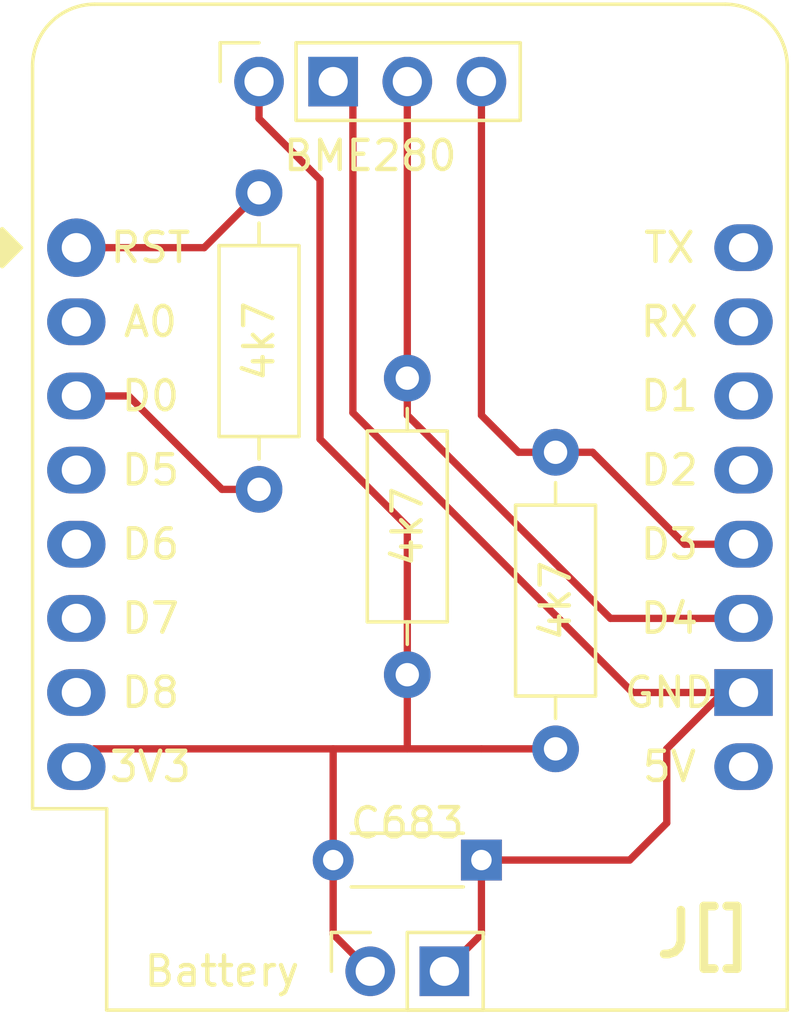
<source format=kicad_pcb>
(kicad_pcb (version 20171130) (host pcbnew "(5.1.9)-1")

  (general
    (thickness 1.6)
    (drawings 1)
    (tracks 41)
    (zones 0)
    (modules 7)
    (nets 7)
  )

  (page A4)
  (layers
    (0 F.Cu signal)
    (31 B.Cu signal)
    (32 B.Adhes user)
    (33 F.Adhes user)
    (34 B.Paste user)
    (35 F.Paste user)
    (36 B.SilkS user)
    (37 F.SilkS user)
    (38 B.Mask user)
    (39 F.Mask user)
    (40 Dwgs.User user)
    (41 Cmts.User user)
    (42 Eco1.User user)
    (43 Eco2.User user)
    (44 Edge.Cuts user)
    (45 Margin user)
    (46 B.CrtYd user)
    (47 F.CrtYd user)
    (48 B.Fab user)
    (49 F.Fab user)
  )

  (setup
    (last_trace_width 0.25)
    (trace_clearance 0.2)
    (zone_clearance 0.508)
    (zone_45_only no)
    (trace_min 0.2)
    (via_size 0.8)
    (via_drill 0.4)
    (via_min_size 0.4)
    (via_min_drill 0.3)
    (uvia_size 0.3)
    (uvia_drill 0.1)
    (uvias_allowed no)
    (uvia_min_size 0.2)
    (uvia_min_drill 0.1)
    (edge_width 0.05)
    (segment_width 0.2)
    (pcb_text_width 0.3)
    (pcb_text_size 1.5 1.5)
    (mod_edge_width 0.12)
    (mod_text_size 1 1)
    (mod_text_width 0.15)
    (pad_size 1.7 1.7)
    (pad_drill 1)
    (pad_to_mask_clearance 0)
    (aux_axis_origin 0 0)
    (visible_elements FFFFFF7F)
    (pcbplotparams
      (layerselection 0x010fc_ffffffff)
      (usegerberextensions false)
      (usegerberattributes true)
      (usegerberadvancedattributes true)
      (creategerberjobfile true)
      (excludeedgelayer true)
      (linewidth 0.100000)
      (plotframeref false)
      (viasonmask false)
      (mode 1)
      (useauxorigin false)
      (hpglpennumber 1)
      (hpglpenspeed 20)
      (hpglpendiameter 15.000000)
      (psnegative false)
      (psa4output false)
      (plotreference true)
      (plotvalue true)
      (plotinvisibletext false)
      (padsonsilk false)
      (subtractmaskfromsilk false)
      (outputformat 1)
      (mirror false)
      (drillshape 0)
      (scaleselection 1)
      (outputdirectory "../../../../../Desktop/Projek/"))
  )

  (net 0 "")
  (net 1 /D4)
  (net 2 /GND)
  (net 3 /D3)
  (net 4 /RST)
  (net 5 /D0)
  (net 6 /3V3)

  (net_class Default "This is the default net class."
    (clearance 0.2)
    (trace_width 0.25)
    (via_dia 0.8)
    (via_drill 0.4)
    (uvia_dia 0.3)
    (uvia_drill 0.1)
    (add_net /3V3)
    (add_net /D0)
    (add_net /D3)
    (add_net /D4)
    (add_net /GND)
    (add_net /RST)
    (add_net "Net-(U1-Pad1)")
    (add_net "Net-(U1-Pad10)")
    (add_net "Net-(U1-Pad12)")
    (add_net "Net-(U1-Pad13)")
    (add_net "Net-(U1-Pad14)")
    (add_net "Net-(U1-Pad15)")
    (add_net "Net-(U1-Pad5)")
    (add_net "Net-(U1-Pad6)")
    (add_net "Net-(U1-Pad7)")
    (add_net "Net-(U1-Pad8)")
  )

  (module WemosD1MiniShield:WEMOS_D1_mini_light_correctpins (layer F.Cu) (tedit 5FF59505) (tstamp 5FF6017A)
    (at 100.42 69.19)
    (descr "16-pin module, column spacing 22.86 mm (900 mils), https://wiki.wemos.cc/products:d1:d1_mini, https://c1.staticflickr.com/1/734/31400410271_f278b087db_z.jpg")
    (tags "ESP8266 WiFi microcontroller")
    (path /5FF6450C)
    (fp_text reference U1 (at 22 27) (layer F.Fab) hide
      (effects (font (size 1 1) (thickness 0.15)))
    )
    (fp_text value WeMos_mini (at 11.7 0) (layer F.Fab)
      (effects (font (size 1 1) (thickness 0.15)))
    )
    (fp_text user 5V (at 20.32 17.78) (layer F.SilkS)
      (effects (font (size 1 1) (thickness 0.15)))
    )
    (fp_text user GND (at 20.32 15.24) (layer F.SilkS)
      (effects (font (size 1 1) (thickness 0.15)))
    )
    (fp_text user D4 (at 20.32 12.7) (layer F.SilkS)
      (effects (font (size 1 1) (thickness 0.15)))
    )
    (fp_text user D3 (at 20.32 10.16) (layer F.SilkS)
      (effects (font (size 1 1) (thickness 0.15)))
    )
    (fp_text user D2 (at 20.32 7.62) (layer F.SilkS)
      (effects (font (size 1 1) (thickness 0.15)))
    )
    (fp_text user D1 (at 20.32 5.08) (layer F.SilkS)
      (effects (font (size 1 1) (thickness 0.15)))
    )
    (fp_text user RX (at 20.32 2.54) (layer F.SilkS)
      (effects (font (size 1 1) (thickness 0.15)))
    )
    (fp_text user TX (at 20.32 0) (layer F.SilkS)
      (effects (font (size 1 1) (thickness 0.15)))
    )
    (fp_text user 3V3 (at 2.54 17.78) (layer F.SilkS)
      (effects (font (size 1 1) (thickness 0.15)))
    )
    (fp_text user D8 (at 2.54 15.24) (layer F.SilkS)
      (effects (font (size 1 1) (thickness 0.15)))
    )
    (fp_text user D7 (at 2.54 12.7) (layer F.SilkS)
      (effects (font (size 1 1) (thickness 0.15)))
    )
    (fp_text user D6 (at 2.54 10.16) (layer F.SilkS)
      (effects (font (size 1 1) (thickness 0.15)))
    )
    (fp_text user D5 (at 2.54 7.62) (layer F.SilkS)
      (effects (font (size 1 1) (thickness 0.15)))
    )
    (fp_text user D0 (at 2.54 5.08) (layer F.SilkS)
      (effects (font (size 1 1) (thickness 0.15)))
    )
    (fp_text user A0 (at 2.54 2.54) (layer F.SilkS)
      (effects (font (size 1 1) (thickness 0.15)))
    )
    (fp_text user RST (at 2.54 0) (layer F.SilkS)
      (effects (font (size 1 1) (thickness 0.15)))
    )
    (fp_text user "No copper" (at 11.43 -3.81) (layer Cmts.User)
      (effects (font (size 1 1) (thickness 0.15)))
    )
    (fp_text user "KEEP OUT" (at 11.43 -6.35) (layer Cmts.User)
      (effects (font (size 1 1) (thickness 0.15)))
    )
    (fp_arc (start 22.23 -6.21) (end 24.36 -6.21) (angle -90) (layer F.SilkS) (width 0.12))
    (fp_arc (start 0.63 -6.21) (end 0.63 -8.34) (angle -90) (layer F.SilkS) (width 0.12))
    (fp_arc (start 22.23 -6.21) (end 24.23 -6.19) (angle -90) (layer F.Fab) (width 0.1))
    (fp_arc (start 0.63 -6.21) (end 0.63 -8.21) (angle -90) (layer F.Fab) (width 0.1))
    (fp_text user %R (at 11.43 10) (layer F.Fab) hide
      (effects (font (size 1 1) (thickness 0.15)))
    )
    (fp_line (start 1.04 26.12) (end 24.36 26.12) (layer F.SilkS) (width 0.12))
    (fp_line (start -1.5 19.22) (end -1.5 -6.21) (layer F.SilkS) (width 0.12))
    (fp_line (start 24.36 26.12) (end 24.36 -6.21) (layer F.SilkS) (width 0.12))
    (fp_line (start 22.24 -8.34) (end 0.63 -8.34) (layer F.SilkS) (width 0.12))
    (fp_line (start 1.17 25.99) (end 24.23 25.99) (layer F.Fab) (width 0.1))
    (fp_line (start 24.23 25.99) (end 24.23 -6.21) (layer F.Fab) (width 0.1))
    (fp_line (start 22.23 -8.21) (end 0.63 -8.21) (layer F.Fab) (width 0.1))
    (fp_line (start -1.37 1) (end -1.37 19.09) (layer F.Fab) (width 0.1))
    (fp_line (start -1.62 -8.46) (end 24.48 -8.46) (layer F.CrtYd) (width 0.05))
    (fp_line (start 24.48 -8.41) (end 24.48 26.24) (layer F.CrtYd) (width 0.05))
    (fp_line (start 24.48 26.24) (end 1.27 26.24) (layer F.CrtYd) (width 0.05))
    (fp_line (start 1.27 26.24) (end 1.27 19.05) (layer F.CrtYd) (width 0.05))
    (fp_poly (pts (xy -2.54 -0.635) (xy -2.54 0.635) (xy -1.905 0)) (layer F.SilkS) (width 0.15))
    (fp_line (start -1.35 -1.4) (end 24.25 -1.4) (layer Dwgs.User) (width 0.1))
    (fp_line (start 24.25 -1.4) (end 24.25 -8.2) (layer Dwgs.User) (width 0.1))
    (fp_line (start 24.25 -8.2) (end -1.35 -8.2) (layer Dwgs.User) (width 0.1))
    (fp_line (start -1.35 -8.2) (end -1.35 -1.4) (layer Dwgs.User) (width 0.1))
    (fp_line (start -1.35 -1.4) (end 5.45 -8.2) (layer Dwgs.User) (width 0.1))
    (fp_line (start 0.65 -1.4) (end 7.45 -8.2) (layer Dwgs.User) (width 0.1))
    (fp_line (start 2.65 -1.4) (end 9.45 -8.2) (layer Dwgs.User) (width 0.1))
    (fp_line (start 4.65 -1.4) (end 11.45 -8.2) (layer Dwgs.User) (width 0.1))
    (fp_line (start 6.65 -1.4) (end 13.45 -8.2) (layer Dwgs.User) (width 0.1))
    (fp_line (start 8.65 -1.4) (end 15.45 -8.2) (layer Dwgs.User) (width 0.1))
    (fp_line (start 10.65 -1.4) (end 17.45 -8.2) (layer Dwgs.User) (width 0.1))
    (fp_line (start 12.65 -1.4) (end 19.45 -8.2) (layer Dwgs.User) (width 0.1))
    (fp_line (start 14.65 -1.4) (end 21.45 -8.2) (layer Dwgs.User) (width 0.1))
    (fp_line (start 16.65 -1.4) (end 23.45 -8.2) (layer Dwgs.User) (width 0.1))
    (fp_line (start 18.65 -1.4) (end 24.25 -7) (layer Dwgs.User) (width 0.1))
    (fp_line (start 20.65 -1.4) (end 24.25 -5) (layer Dwgs.User) (width 0.1))
    (fp_line (start 22.65 -1.4) (end 24.25 -3) (layer Dwgs.User) (width 0.1))
    (fp_line (start -1.35 -3.4) (end 3.45 -8.2) (layer Dwgs.User) (width 0.1))
    (fp_line (start -1.3 -5.45) (end 1.45 -8.2) (layer Dwgs.User) (width 0.1))
    (fp_line (start -1.35 -7.4) (end -0.55 -8.2) (layer Dwgs.User) (width 0.1))
    (fp_line (start -1.37 19.09) (end 1.17 19.09) (layer F.Fab) (width 0.1))
    (fp_line (start 1.17 19.09) (end 1.17 25.99) (layer F.Fab) (width 0.1))
    (fp_line (start -1.37 -6.21) (end -1.37 -1) (layer F.Fab) (width 0.1))
    (fp_line (start -1.37 1) (end -0.37 0) (layer F.Fab) (width 0.1))
    (fp_line (start -0.37 0) (end -1.37 -1) (layer F.Fab) (width 0.1))
    (fp_line (start -1.5 19.22) (end 1.04 19.22) (layer F.SilkS) (width 0.12))
    (fp_line (start 1.04 19.22) (end 1.04 26.12) (layer F.SilkS) (width 0.12))
    (fp_line (start -1.62 19.05) (end 1.27 19.05) (layer F.CrtYd) (width 0.05))
    (fp_line (start -1.62 19.05) (end -1.62 -8.46) (layer F.CrtYd) (width 0.05))
    (pad 8 thru_hole oval (at 22.86 0) (size 2 1.6) (drill 1) (layers *.Cu *.Mask))
    (pad 7 thru_hole oval (at 22.86 2.54) (size 2 1.6) (drill 1) (layers *.Cu *.Mask))
    (pad 6 thru_hole oval (at 22.86 5.08) (size 2 1.6) (drill 1) (layers *.Cu *.Mask))
    (pad 5 thru_hole oval (at 22.86 7.62) (size 2 1.6) (drill 1) (layers *.Cu *.Mask))
    (pad 4 thru_hole oval (at 22.86 10.16) (size 2 1.6) (drill 1) (layers *.Cu *.Mask)
      (net 3 /D3))
    (pad 3 thru_hole oval (at 22.86 12.7) (size 2 1.6) (drill 1) (layers *.Cu *.Mask)
      (net 1 /D4))
    (pad 2 thru_hole rect (at 22.86 15.24) (size 2 1.6) (drill 1) (layers *.Cu *.Mask)
      (net 2 /GND))
    (pad 1 thru_hole oval (at 22.86 17.78) (size 2 1.6) (drill 1) (layers *.Cu *.Mask))
    (pad 16 thru_hole oval (at 0 17.78) (size 2 1.6) (drill 1) (layers *.Cu *.Mask)
      (net 6 /3V3))
    (pad 15 thru_hole oval (at 0 15.24) (size 2 1.6) (drill 1) (layers *.Cu *.Mask))
    (pad 14 thru_hole oval (at 0 12.7) (size 2 1.6) (drill 1) (layers *.Cu *.Mask))
    (pad 13 thru_hole oval (at 0 10.16) (size 2 1.6) (drill 1) (layers *.Cu *.Mask))
    (pad 12 thru_hole oval (at 0 7.62) (size 2 1.6) (drill 1) (layers *.Cu *.Mask))
    (pad 11 thru_hole oval (at 0 5.08) (size 2 1.6) (drill 1) (layers *.Cu *.Mask)
      (net 5 /D0))
    (pad 9 thru_hole oval (at 0 0) (size 2 2) (drill 1) (layers *.Cu *.Mask)
      (net 4 /RST))
    (pad 10 thru_hole oval (at 0 2.54) (size 2 1.6) (drill 1) (layers *.Cu *.Mask))
    (model ${KISYS3DMOD}/Module.3dshapes/WEMOS_D1_mini_light.wrl
      (at (xyz 0 0 0))
      (scale (xyz 1 1 1))
      (rotate (xyz 0 0 0))
    )
    (model ${KISYS3DMOD}/Connector_PinHeader_2.54mm.3dshapes/PinHeader_1x08_P2.54mm_Vertical.wrl
      (offset (xyz 0 0 9.5))
      (scale (xyz 1 1 1))
      (rotate (xyz 0 -180 0))
    )
    (model ${KISYS3DMOD}/Connector_PinHeader_2.54mm.3dshapes/PinHeader_1x08_P2.54mm_Vertical.wrl
      (offset (xyz 22.86 0 9.5))
      (scale (xyz 1 1 1))
      (rotate (xyz 0 -180 0))
    )
    (model ${KISYS3DMOD}/Connector_PinSocket_2.54mm.3dshapes/PinSocket_1x08_P2.54mm_Vertical.wrl
      (at (xyz 0 0 0))
      (scale (xyz 1 1 1))
      (rotate (xyz 0 0 0))
    )
    (model ${KISYS3DMOD}/Connector_PinSocket_2.54mm.3dshapes/PinSocket_1x08_P2.54mm_Vertical.wrl
      (offset (xyz 22.86 0 0))
      (scale (xyz 1 1 1))
      (rotate (xyz 0 0 0))
    )
  )

  (module Resistor_THT:R_Axial_DIN0207_L6.3mm_D2.5mm_P10.16mm_Horizontal (layer F.Cu) (tedit 5AE5139B) (tstamp 5FF60137)
    (at 106.68 77.47 90)
    (descr "Resistor, Axial_DIN0207 series, Axial, Horizontal, pin pitch=10.16mm, 0.25W = 1/4W, length*diameter=6.3*2.5mm^2, http://cdn-reichelt.de/documents/datenblatt/B400/1_4W%23YAG.pdf")
    (tags "Resistor Axial_DIN0207 series Axial Horizontal pin pitch 10.16mm 0.25W = 1/4W length 6.3mm diameter 2.5mm")
    (path /5FF5C08C)
    (fp_text reference R2 (at -2.54 0 90) (layer F.Fab) hide
      (effects (font (size 1 1) (thickness 0.15)))
    )
    (fp_text value 4k7 (at 5.08 0 90) (layer F.SilkS)
      (effects (font (size 1 1) (thickness 0.15)))
    )
    (fp_line (start 11.21 -1.5) (end -1.05 -1.5) (layer F.CrtYd) (width 0.05))
    (fp_line (start 11.21 1.5) (end 11.21 -1.5) (layer F.CrtYd) (width 0.05))
    (fp_line (start -1.05 1.5) (end 11.21 1.5) (layer F.CrtYd) (width 0.05))
    (fp_line (start -1.05 -1.5) (end -1.05 1.5) (layer F.CrtYd) (width 0.05))
    (fp_line (start 9.12 0) (end 8.35 0) (layer F.SilkS) (width 0.12))
    (fp_line (start 1.04 0) (end 1.81 0) (layer F.SilkS) (width 0.12))
    (fp_line (start 8.35 -1.37) (end 1.81 -1.37) (layer F.SilkS) (width 0.12))
    (fp_line (start 8.35 1.37) (end 8.35 -1.37) (layer F.SilkS) (width 0.12))
    (fp_line (start 1.81 1.37) (end 8.35 1.37) (layer F.SilkS) (width 0.12))
    (fp_line (start 1.81 -1.37) (end 1.81 1.37) (layer F.SilkS) (width 0.12))
    (fp_line (start 10.16 0) (end 8.23 0) (layer F.Fab) (width 0.1))
    (fp_line (start 0 0) (end 1.93 0) (layer F.Fab) (width 0.1))
    (fp_line (start 8.23 -1.25) (end 1.93 -1.25) (layer F.Fab) (width 0.1))
    (fp_line (start 8.23 1.25) (end 8.23 -1.25) (layer F.Fab) (width 0.1))
    (fp_line (start 1.93 1.25) (end 8.23 1.25) (layer F.Fab) (width 0.1))
    (fp_line (start 1.93 -1.25) (end 1.93 1.25) (layer F.Fab) (width 0.1))
    (fp_text user %R (at 5.08 0 90) (layer F.Fab) hide
      (effects (font (size 1 1) (thickness 0.15)))
    )
    (pad 1 thru_hole circle (at 0 0 90) (size 1.6 1.6) (drill 0.8) (layers *.Cu *.Mask)
      (net 5 /D0))
    (pad 2 thru_hole oval (at 10.16 0 90) (size 1.6 1.6) (drill 0.8) (layers *.Cu *.Mask)
      (net 4 /RST))
    (model ${KISYS3DMOD}/Resistor_THT.3dshapes/R_Axial_DIN0207_L6.3mm_D2.5mm_P10.16mm_Horizontal.wrl
      (at (xyz 0 0 0))
      (scale (xyz 1 1 1))
      (rotate (xyz 0 0 0))
    )
  )

  (module Resistor_THT:R_Axial_DIN0207_L6.3mm_D2.5mm_P10.16mm_Horizontal (layer F.Cu) (tedit 5AE5139B) (tstamp 5FF60120)
    (at 116.84 86.36 90)
    (descr "Resistor, Axial_DIN0207 series, Axial, Horizontal, pin pitch=10.16mm, 0.25W = 1/4W, length*diameter=6.3*2.5mm^2, http://cdn-reichelt.de/documents/datenblatt/B400/1_4W%23YAG.pdf")
    (tags "Resistor Axial_DIN0207 series Axial Horizontal pin pitch 10.16mm 0.25W = 1/4W length 6.3mm diameter 2.5mm")
    (path /5FF5A7C1)
    (fp_text reference R1 (at 2.54 0 90) (layer F.Fab) hide
      (effects (font (size 1 1) (thickness 0.15)))
    )
    (fp_text value 4k7 (at 5.08 0 90) (layer F.SilkS)
      (effects (font (size 1 1) (thickness 0.15)))
    )
    (fp_line (start 11.21 -1.5) (end -1.05 -1.5) (layer F.CrtYd) (width 0.05))
    (fp_line (start 11.21 1.5) (end 11.21 -1.5) (layer F.CrtYd) (width 0.05))
    (fp_line (start -1.05 1.5) (end 11.21 1.5) (layer F.CrtYd) (width 0.05))
    (fp_line (start -1.05 -1.5) (end -1.05 1.5) (layer F.CrtYd) (width 0.05))
    (fp_line (start 9.12 0) (end 8.35 0) (layer F.SilkS) (width 0.12))
    (fp_line (start 1.04 0) (end 1.81 0) (layer F.SilkS) (width 0.12))
    (fp_line (start 8.35 -1.37) (end 1.81 -1.37) (layer F.SilkS) (width 0.12))
    (fp_line (start 8.35 1.37) (end 8.35 -1.37) (layer F.SilkS) (width 0.12))
    (fp_line (start 1.81 1.37) (end 8.35 1.37) (layer F.SilkS) (width 0.12))
    (fp_line (start 1.81 -1.37) (end 1.81 1.37) (layer F.SilkS) (width 0.12))
    (fp_line (start 10.16 0) (end 8.23 0) (layer F.Fab) (width 0.1))
    (fp_line (start 0 0) (end 1.93 0) (layer F.Fab) (width 0.1))
    (fp_line (start 8.23 -1.25) (end 1.93 -1.25) (layer F.Fab) (width 0.1))
    (fp_line (start 8.23 1.25) (end 8.23 -1.25) (layer F.Fab) (width 0.1))
    (fp_line (start 1.93 1.25) (end 8.23 1.25) (layer F.Fab) (width 0.1))
    (fp_line (start 1.93 -1.25) (end 1.93 1.25) (layer F.Fab) (width 0.1))
    (fp_text user %R (at 5.08 0 90) (layer F.Fab) hide
      (effects (font (size 1 1) (thickness 0.15)))
    )
    (pad 1 thru_hole circle (at 0 0 90) (size 1.6 1.6) (drill 0.8) (layers *.Cu *.Mask)
      (net 6 /3V3))
    (pad 2 thru_hole oval (at 10.16 0 90) (size 1.6 1.6) (drill 0.8) (layers *.Cu *.Mask)
      (net 3 /D3))
    (model ${KISYS3DMOD}/Resistor_THT.3dshapes/R_Axial_DIN0207_L6.3mm_D2.5mm_P10.16mm_Horizontal.wrl
      (at (xyz 0 0 0))
      (scale (xyz 1 1 1))
      (rotate (xyz 0 0 0))
    )
  )

  (module Connector_PinSocket_2.54mm:PinSocket_1x02_P2.54mm_Vertical (layer F.Cu) (tedit 5FF589B5) (tstamp 5FF60109)
    (at 110.49 93.98 90)
    (descr "Through hole straight socket strip, 1x02, 2.54mm pitch, single row (from Kicad 4.0.7), script generated")
    (tags "Through hole socket strip THT 1x02 2.54mm single row")
    (path /5FF5E01F)
    (fp_text reference J2 (at 0 -3.81 180) (layer F.Fab) hide
      (effects (font (size 1 1) (thickness 0.15)))
    )
    (fp_text value Battery (at 0 -5.08 180) (layer F.SilkS)
      (effects (font (size 1 1) (thickness 0.15)))
    )
    (fp_line (start -1.8 4.3) (end -1.8 -1.8) (layer F.CrtYd) (width 0.05))
    (fp_line (start 1.75 4.3) (end -1.8 4.3) (layer F.CrtYd) (width 0.05))
    (fp_line (start 1.75 -1.8) (end 1.75 4.3) (layer F.CrtYd) (width 0.05))
    (fp_line (start -1.8 -1.8) (end 1.75 -1.8) (layer F.CrtYd) (width 0.05))
    (fp_line (start 0 -1.33) (end 1.33 -1.33) (layer F.SilkS) (width 0.12))
    (fp_line (start 1.33 -1.33) (end 1.33 0) (layer F.SilkS) (width 0.12))
    (fp_line (start 1.33 1.27) (end 1.33 3.87) (layer F.SilkS) (width 0.12))
    (fp_line (start -1.33 3.87) (end 1.33 3.87) (layer F.SilkS) (width 0.12))
    (fp_line (start -1.33 1.27) (end -1.33 3.87) (layer F.SilkS) (width 0.12))
    (fp_line (start -1.33 1.27) (end 1.33 1.27) (layer F.SilkS) (width 0.12))
    (fp_line (start -1.27 3.81) (end -1.27 -1.27) (layer F.Fab) (width 0.1))
    (fp_line (start 1.27 3.81) (end -1.27 3.81) (layer F.Fab) (width 0.1))
    (fp_line (start 1.27 -0.635) (end 1.27 3.81) (layer F.Fab) (width 0.1))
    (fp_line (start 0.635 -1.27) (end 1.27 -0.635) (layer F.Fab) (width 0.1))
    (fp_line (start -1.27 -1.27) (end 0.635 -1.27) (layer F.Fab) (width 0.1))
    (fp_text user %R (at 0 1.27) (layer F.Fab)
      (effects (font (size 1 1) (thickness 0.15)))
    )
    (pad 1 thru_hole oval (at 0 0 90) (size 1.7 1.7) (drill 1) (layers *.Cu *.Mask)
      (net 6 /3V3))
    (pad 2 thru_hole rect (at 0 2.54 90) (size 1.7 1.7) (drill 1) (layers *.Cu *.Mask)
      (net 2 /GND))
    (model ${KISYS3DMOD}/Connector_PinSocket_2.54mm.3dshapes/PinSocket_1x02_P2.54mm_Vertical.wrl
      (at (xyz 0 0 0))
      (scale (xyz 1 1 1))
      (rotate (xyz 0 0 0))
    )
  )

  (module Connector_PinSocket_2.54mm:PinSocket_1x04_P2.54mm_Vertical (layer F.Cu) (tedit 5FF59921) (tstamp 5FF600F3)
    (at 106.68 63.5 90)
    (descr "Through hole straight socket strip, 1x04, 2.54mm pitch, single row (from Kicad 4.0.7), script generated")
    (tags "Through hole socket strip THT 1x04 2.54mm single row")
    (path /5FF5D228)
    (fp_text reference J1 (at 0 -3.81 180) (layer F.Fab) hide
      (effects (font (size 1 1) (thickness 0.15)))
    )
    (fp_text value BME280 (at -2.54 3.81 180) (layer F.SilkS)
      (effects (font (size 1 1) (thickness 0.15)))
    )
    (fp_line (start -1.8 9.4) (end -1.8 -1.8) (layer F.CrtYd) (width 0.05))
    (fp_line (start 1.75 9.4) (end -1.8 9.4) (layer F.CrtYd) (width 0.05))
    (fp_line (start 1.75 -1.8) (end 1.75 9.4) (layer F.CrtYd) (width 0.05))
    (fp_line (start -1.8 -1.8) (end 1.75 -1.8) (layer F.CrtYd) (width 0.05))
    (fp_line (start 0 -1.33) (end 1.33 -1.33) (layer F.SilkS) (width 0.12))
    (fp_line (start 1.33 -1.33) (end 1.33 0) (layer F.SilkS) (width 0.12))
    (fp_line (start 1.33 1.27) (end 1.33 8.95) (layer F.SilkS) (width 0.12))
    (fp_line (start -1.33 8.95) (end 1.33 8.95) (layer F.SilkS) (width 0.12))
    (fp_line (start -1.33 1.27) (end -1.33 8.95) (layer F.SilkS) (width 0.12))
    (fp_line (start -1.33 1.27) (end 1.33 1.27) (layer F.SilkS) (width 0.12))
    (fp_line (start -1.27 8.89) (end -1.27 -1.27) (layer F.Fab) (width 0.1))
    (fp_line (start 1.27 8.89) (end -1.27 8.89) (layer F.Fab) (width 0.1))
    (fp_line (start 1.27 -0.635) (end 1.27 8.89) (layer F.Fab) (width 0.1))
    (fp_line (start 0.635 -1.27) (end 1.27 -0.635) (layer F.Fab) (width 0.1))
    (fp_line (start -1.27 -1.27) (end 0.635 -1.27) (layer F.Fab) (width 0.1))
    (fp_text user %R (at -1.27 -2.54) (layer F.Fab)
      (effects (font (size 1 1) (thickness 0.15)))
    )
    (pad 1 thru_hole circle (at 0 0 90) (size 1.7 1.7) (drill 1) (layers *.Cu *.Mask)
      (net 6 /3V3))
    (pad 2 thru_hole rect (at 0 2.54 90) (size 1.7 1.7) (drill 1) (layers *.Cu *.Mask)
      (net 2 /GND))
    (pad 3 thru_hole oval (at 0 5.08 90) (size 1.7 1.7) (drill 1) (layers *.Cu *.Mask)
      (net 1 /D4))
    (pad 4 thru_hole oval (at 0 7.62 90) (size 1.7 1.7) (drill 1) (layers *.Cu *.Mask)
      (net 3 /D3))
    (model ${KISYS3DMOD}/Connector_PinSocket_2.54mm.3dshapes/PinSocket_1x04_P2.54mm_Vertical.wrl
      (at (xyz 0 0 0))
      (scale (xyz 1 1 1))
      (rotate (xyz 0 0 0))
    )
  )

  (module Resistor_THT:R_Axial_DIN0204_L3.6mm_D1.6mm_P5.08mm_Horizontal (layer F.Cu) (tedit 5FF589BE) (tstamp 5FF600DB)
    (at 114.3 90.17 180)
    (descr "Resistor, Axial_DIN0204 series, Axial, Horizontal, pin pitch=5.08mm, 0.167W, length*diameter=3.6*1.6mm^2, http://cdn-reichelt.de/documents/datenblatt/B400/1_4W%23YAG.pdf")
    (tags "Resistor Axial_DIN0204 series Axial Horizontal pin pitch 5.08mm 0.167W length 3.6mm diameter 1.6mm")
    (path /5FF59CC8)
    (fp_text reference C683 (at 2.54 1.27 180) (layer F.SilkS)
      (effects (font (size 1 1) (thickness 0.15)))
    )
    (fp_text value C (at 2.54 1.92) (layer F.Fab) hide
      (effects (font (size 1 1) (thickness 0.15)))
    )
    (fp_line (start 6.03 -1.05) (end -0.95 -1.05) (layer F.CrtYd) (width 0.05))
    (fp_line (start 6.03 1.05) (end 6.03 -1.05) (layer F.CrtYd) (width 0.05))
    (fp_line (start -0.95 1.05) (end 6.03 1.05) (layer F.CrtYd) (width 0.05))
    (fp_line (start -0.95 -1.05) (end -0.95 1.05) (layer F.CrtYd) (width 0.05))
    (fp_line (start 0.62 0.92) (end 4.46 0.92) (layer F.SilkS) (width 0.12))
    (fp_line (start 0.62 -0.92) (end 4.46 -0.92) (layer F.SilkS) (width 0.12))
    (fp_line (start 5.08 0) (end 4.34 0) (layer F.Fab) (width 0.1))
    (fp_line (start 0 0) (end 0.74 0) (layer F.Fab) (width 0.1))
    (fp_line (start 4.34 -0.8) (end 0.74 -0.8) (layer F.Fab) (width 0.1))
    (fp_line (start 4.34 0.8) (end 4.34 -0.8) (layer F.Fab) (width 0.1))
    (fp_line (start 0.74 0.8) (end 4.34 0.8) (layer F.Fab) (width 0.1))
    (fp_line (start 0.74 -0.8) (end 0.74 0.8) (layer F.Fab) (width 0.1))
    (fp_text user %R (at 2.82 1.53) (layer F.Fab)
      (effects (font (size 0.72 0.72) (thickness 0.108)))
    )
    (pad 1 thru_hole rect (at 0 0 180) (size 1.4 1.4) (drill 0.7) (layers *.Cu *.Mask)
      (net 2 /GND))
    (pad 2 thru_hole oval (at 5.08 0 180) (size 1.4 1.4) (drill 0.7) (layers *.Cu *.Mask)
      (net 6 /3V3))
    (model ${KISYS3DMOD}/Resistor_THT.3dshapes/R_Axial_DIN0204_L3.6mm_D1.6mm_P5.08mm_Horizontal.wrl
      (at (xyz 0 0 0))
      (scale (xyz 1 1 1))
      (rotate (xyz 0 0 0))
    )
  )

  (module Resistor_THT:R_Axial_DIN0207_L6.3mm_D2.5mm_P10.16mm_Horizontal (layer F.Cu) (tedit 5AE5139B) (tstamp 5FF600C8)
    (at 111.76 83.82 90)
    (descr "Resistor, Axial_DIN0207 series, Axial, Horizontal, pin pitch=10.16mm, 0.25W = 1/4W, length*diameter=6.3*2.5mm^2, http://cdn-reichelt.de/documents/datenblatt/B400/1_4W%23YAG.pdf")
    (tags "Resistor Axial_DIN0207 series Axial Horizontal pin pitch 10.16mm 0.25W = 1/4W length 6.3mm diameter 2.5mm")
    (path /5FF5B5F3)
    (fp_text reference R3 (at 5.08 -2.37 90) (layer F.Fab) hide
      (effects (font (size 1 1) (thickness 0.15)))
    )
    (fp_text value 4k7 (at 5.08 0 90) (layer F.SilkS)
      (effects (font (size 1 1) (thickness 0.15)))
    )
    (fp_line (start 11.21 -1.5) (end -1.05 -1.5) (layer F.CrtYd) (width 0.05))
    (fp_line (start 11.21 1.5) (end 11.21 -1.5) (layer F.CrtYd) (width 0.05))
    (fp_line (start -1.05 1.5) (end 11.21 1.5) (layer F.CrtYd) (width 0.05))
    (fp_line (start -1.05 -1.5) (end -1.05 1.5) (layer F.CrtYd) (width 0.05))
    (fp_line (start 9.12 0) (end 8.35 0) (layer F.SilkS) (width 0.12))
    (fp_line (start 1.04 0) (end 1.81 0) (layer F.SilkS) (width 0.12))
    (fp_line (start 8.35 -1.37) (end 1.81 -1.37) (layer F.SilkS) (width 0.12))
    (fp_line (start 8.35 1.37) (end 8.35 -1.37) (layer F.SilkS) (width 0.12))
    (fp_line (start 1.81 1.37) (end 8.35 1.37) (layer F.SilkS) (width 0.12))
    (fp_line (start 1.81 -1.37) (end 1.81 1.37) (layer F.SilkS) (width 0.12))
    (fp_line (start 10.16 0) (end 8.23 0) (layer F.Fab) (width 0.1))
    (fp_line (start 0 0) (end 1.93 0) (layer F.Fab) (width 0.1))
    (fp_line (start 8.23 -1.25) (end 1.93 -1.25) (layer F.Fab) (width 0.1))
    (fp_line (start 8.23 1.25) (end 8.23 -1.25) (layer F.Fab) (width 0.1))
    (fp_line (start 1.93 1.25) (end 8.23 1.25) (layer F.Fab) (width 0.1))
    (fp_line (start 1.93 -1.25) (end 1.93 1.25) (layer F.Fab) (width 0.1))
    (fp_text user %R (at 5.08 0 90) (layer F.Fab) hide
      (effects (font (size 1 1) (thickness 0.15)))
    )
    (pad 1 thru_hole circle (at 0 0 90) (size 1.6 1.6) (drill 0.8) (layers *.Cu *.Mask)
      (net 6 /3V3))
    (pad 2 thru_hole oval (at 10.16 0 90) (size 1.6 1.6) (drill 0.8) (layers *.Cu *.Mask)
      (net 1 /D4))
    (model ${KISYS3DMOD}/Resistor_THT.3dshapes/R_Axial_DIN0207_L6.3mm_D2.5mm_P10.16mm_Horizontal.wrl
      (at (xyz 0 0 0))
      (scale (xyz 1 1 1))
      (rotate (xyz 0 0 0))
    )
  )

  (gr_text J[] (at 121.92 92.71) (layer F.SilkS)
    (effects (font (size 1.5 1.5) (thickness 0.3)))
  )

  (segment (start 123.28 81.89) (end 118.72 81.89) (width 0.25) (layer F.Cu) (net 1))
  (segment (start 111.76 74.93) (end 111.76 73.66) (width 0.25) (layer F.Cu) (net 1))
  (segment (start 118.72 81.89) (end 111.76 74.93) (width 0.25) (layer F.Cu) (net 1))
  (segment (start 111.76 73.66) (end 111.76 63.5) (width 0.25) (layer F.Cu) (net 1))
  (segment (start 109.22 92.71) (end 110.49 93.98) (width 0.25) (layer F.Cu) (net 6))
  (segment (start 109.22 90.17) (end 109.22 92.71) (width 0.25) (layer F.Cu) (net 6))
  (segment (start 114.3 86.36) (end 109.22 86.36) (width 0.25) (layer F.Cu) (net 6))
  (segment (start 101.03 86.36) (end 100.42 86.97) (width 0.25) (layer F.Cu) (net 6))
  (segment (start 109.22 86.36) (end 101.03 86.36) (width 0.25) (layer F.Cu) (net 6))
  (segment (start 109.22 90.17) (end 109.22 86.36) (width 0.25) (layer F.Cu) (net 6))
  (segment (start 114.3 92.71) (end 113.03 93.98) (width 0.25) (layer F.Cu) (net 2))
  (segment (start 114.3 90.17) (end 114.3 92.71) (width 0.25) (layer F.Cu) (net 2))
  (segment (start 114.3 90.17) (end 119.38 90.17) (width 0.25) (layer F.Cu) (net 2))
  (segment (start 119.38 90.17) (end 120.65 88.9) (width 0.25) (layer F.Cu) (net 2))
  (segment (start 120.65 88.9) (end 120.65 86.36) (width 0.25) (layer F.Cu) (net 2))
  (segment (start 122.58 84.43) (end 123.28 84.43) (width 0.25) (layer F.Cu) (net 2))
  (segment (start 120.65 86.36) (end 122.58 84.43) (width 0.25) (layer F.Cu) (net 2))
  (segment (start 123.28 84.43) (end 119.481632 84.43) (width 0.25) (layer F.Cu) (net 2))
  (segment (start 119.481632 84.43) (end 109.895985 74.844353) (width 0.25) (layer F.Cu) (net 2))
  (segment (start 109.895985 64.175985) (end 109.22 63.5) (width 0.25) (layer F.Cu) (net 2))
  (segment (start 109.895985 74.844353) (end 109.895985 64.175985) (width 0.25) (layer F.Cu) (net 2))
  (segment (start 116.84 76.2) (end 118.11 76.2) (width 0.25) (layer F.Cu) (net 3))
  (segment (start 121.26 79.35) (end 123.28 79.35) (width 0.25) (layer F.Cu) (net 3))
  (segment (start 118.11 76.2) (end 121.26 79.35) (width 0.25) (layer F.Cu) (net 3))
  (segment (start 116.84 76.2) (end 115.57 76.2) (width 0.25) (layer F.Cu) (net 3))
  (segment (start 114.3 74.93) (end 114.3 63.5) (width 0.25) (layer F.Cu) (net 3))
  (segment (start 115.57 76.2) (end 114.3 74.93) (width 0.25) (layer F.Cu) (net 3))
  (segment (start 102.26 69.19) (end 100.42 69.19) (width 0.25) (layer F.Cu) (net 4))
  (segment (start 104.8 69.19) (end 102.26 69.19) (width 0.25) (layer F.Cu) (net 4))
  (segment (start 106.68 67.31) (end 104.8 69.19) (width 0.25) (layer F.Cu) (net 4))
  (segment (start 100.94 74.27) (end 100.42 74.27) (width 0.25) (layer F.Cu) (net 5))
  (segment (start 106.68 77.47) (end 105.41 77.47) (width 0.25) (layer F.Cu) (net 5))
  (segment (start 102.21 74.27) (end 100.42 74.27) (width 0.25) (layer F.Cu) (net 5))
  (segment (start 105.41 77.47) (end 102.21 74.27) (width 0.25) (layer F.Cu) (net 5))
  (segment (start 114.3 86.36) (end 116.84 86.36) (width 0.25) (layer F.Cu) (net 6))
  (segment (start 111.76 83.82) (end 111.76 86.36) (width 0.25) (layer F.Cu) (net 6))
  (segment (start 106.68 64.77) (end 106.68 63.5) (width 0.25) (layer F.Cu) (net 6))
  (segment (start 108.76999 66.85999) (end 106.68 64.77) (width 0.25) (layer F.Cu) (net 6))
  (segment (start 108.76999 75.74999) (end 108.76999 66.85999) (width 0.25) (layer F.Cu) (net 6))
  (segment (start 111.76 78.74) (end 108.76999 75.74999) (width 0.25) (layer F.Cu) (net 6))
  (segment (start 111.76 83.82) (end 111.76 78.74) (width 0.25) (layer F.Cu) (net 6))

)

</source>
